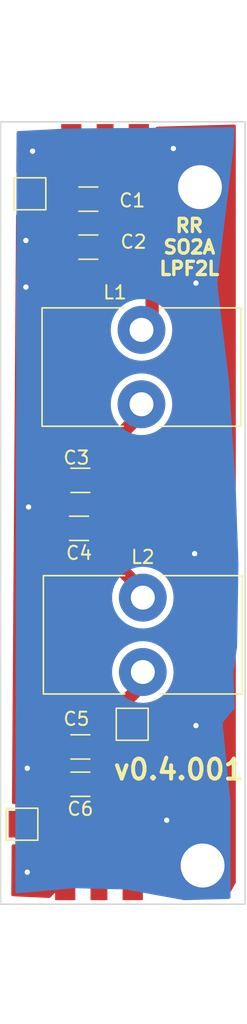
<source format=kicad_pcb>
(kicad_pcb (version 20221018) (generator pcbnew)
  (title_block (title "LPF board") (date "2023-05-08") (rev "1"))
  (layers (0 "F.Cu" signal) (31 "B.Cu" signal) (34 "B.Paste" user) (35 "F.Paste" user) (36 "B.SilkS" user "B.Silkscreen") (37 "F.SilkS" user "F.Silkscreen") (38 "B.Mask" user) (39 "F.Mask" user) (44 "Edge.Cuts" user))
  (net 0 "")
  (net 1 "GND")
  (net 2 "Net-(C3-Pad1)")
  (net 3 "Net-(C5-Pad1)")
  (footprint "TestPoint:TestPoint_Pad_2.0x2.0mm" (layer "F.Cu") (at 56.7 78.3)
    (fp_text reference "REF**" hide)
    (fp_text value "TestPoint_Pad_2.0x2.0mm" hide)
    (fp_line (start -1.2 -1.2) (end 1.2 -1.2) (stroke (width 0.12)) (layer "F.SilkS"))
    (fp_line (start -1.2 1.2) (end -1.2 -1.2) (stroke (width 0.12)) (layer "F.SilkS"))
    (fp_line (start 1.2 -1.2) (end 1.2 1.2) (stroke (width 0.12)) (layer "F.SilkS"))
    (fp_line (start 1.2 1.2) (end -1.2 1.2) (stroke (width 0.12)) (layer "F.SilkS"))
    (pad "1" smd rect (at 0 0) (size 2 2) (layers "F.Cu" "F.Mask") (net 1 "GND"))
  )
  (footprint "Inductor_THT:L_Toroid_Vertical_L14.7mm_W8.6mm_P5.58mm_Pulse_KM-1" (layer "F.Cu") (at 65.1 88.51)
    (fp_text reference "L1" (at -2 -2.81) (layer "F.SilkS"))
    (fp_text value "INDUCTOR" hide)
    (fp_line (start -7.485 -1.65) (end -7.485 7.23) (stroke (width 0.12)) (layer "F.SilkS"))
    (fp_line (start -7.485 -1.65) (end -1.365 -1.65) (stroke (width 0.12)) (layer "F.SilkS"))
    (fp_line (start -7.485 7.23) (end -1.365 7.23) (stroke (width 0.12)) (layer "F.SilkS"))
    (fp_line (start 1.365 -1.65) (end 7.485 -1.65) (stroke (width 0.12)) (layer "F.SilkS"))
    (fp_line (start 1.365 7.23) (end 7.485 7.23) (stroke (width 0.12)) (layer "F.SilkS"))
    (fp_line (start 7.485 -1.65) (end 7.485 7.23) (stroke (width 0.12)) (layer "F.SilkS"))
    (pad "1" thru_hole circle (at 0 0) (size 3.6 3.6) (drill 1.8) (layers "*.Cu" "*.Mask") (net 2 "Net-(C3-Pad1)"))
    (pad "2" thru_hole circle (at 0 5.58) (size 3.6 3.6) (drill 1.8) (layers "*.Cu" "*.Mask") (net 2 "Net-(C3-Pad1)"))
  )
  (footprint "Capacitor_SMD:C_1206_3216Metric" (layer "F.Cu") (at 60.5 122.6 180)
    (fp_text reference "C6" (at 0 -1.85) (layer "F.SilkS"))
    (fp_text value "C" hide)
    (fp_line (start -0.711252 -0.91) (end 0.711252 -0.91) (stroke (width 0.12)) (layer "F.SilkS"))
    (fp_line (start -0.711252 0.91) (end 0.711252 0.91) (stroke (width 0.12)) (layer "F.SilkS"))
    (pad "1" smd roundrect (at -1.475 0 180) (size 1.15 1.8) (layers "F.Cu" "F.Paste" "F.Mask") (roundrect_rratio 0.2173913043) (net 3 "Net-(C5-Pad1)"))
    (pad "2" smd roundrect (at 1.475 0 180) (size 1.15 1.8) (layers "F.Cu" "F.Paste" "F.Mask") (roundrect_rratio 0.2173913043) (net 1 "GND"))
  )
  (footprint "Capacitor_SMD:C_1206_3216Metric" (layer "F.Cu") (at 61.1 82.3)
    (fp_text reference "C2" (at 3.4 -0.4) (layer "F.SilkS"))
    (fp_text value "C" hide)
    (fp_line (start -0.711252 -0.91) (end 0.711252 -0.91) (stroke (width 0.12)) (layer "F.SilkS"))
    (fp_line (start -0.711252 0.91) (end 0.711252 0.91) (stroke (width 0.12)) (layer "F.SilkS"))
    (pad "1" smd roundrect (at -1.475 0) (size 1.15 1.8) (layers "F.Cu" "F.Paste" "F.Mask") (roundrect_rratio 0.2173913043) (net 1 "GND"))
    (pad "2" smd roundrect (at 1.475 0) (size 1.15 1.8) (layers "F.Cu" "F.Paste" "F.Mask") (roundrect_rratio 0.2173913043) (net 2 "Net-(C3-Pad1)"))
  )
  (footprint "Capacitor_SMD:C_1206_3216Metric" (layer "F.Cu") (at 60.5 119.8 180)
    (fp_text reference "C5" (at 0.3 2.1) (layer "F.SilkS"))
    (fp_text value "C" hide)
    (fp_line (start -0.711252 -0.91) (end 0.711252 -0.91) (stroke (width 0.12)) (layer "F.SilkS"))
    (fp_line (start -0.711252 0.91) (end 0.711252 0.91) (stroke (width 0.12)) (layer "F.SilkS"))
    (pad "1" smd roundrect (at -1.475 0 180) (size 1.15 1.8) (layers "F.Cu" "F.Paste" "F.Mask") (roundrect_rratio 0.2173913043) (net 3 "Net-(C5-Pad1)"))
    (pad "2" smd roundrect (at 1.475 0 180) (size 1.15 1.8) (layers "F.Cu" "F.Paste" "F.Mask") (roundrect_rratio 0.2173913043) (net 1 "GND"))
  )
  (footprint "LocalGlobal:SMA_EDGELAUNCH_Modded" (layer "F.Cu") (at 62.36 73.068 -90)
    (fp_text reference "SMA1" hide)
    (fp_text value "SMA")
    (pad "1" smd rect (at 2.032 0) (size 1.27 4.064) (layers "F.Cu" "F.Mask") (net 2 "Net-(C3-Pad1)"))
    (pad "2" smd rect (at 2.032 -2.54) (size 1.524 4.064) (layers "F.Cu" "F.Mask") (net 1 "GND"))
    (pad "2" smd rect (at 2.032 2.54) (size 1.524 4.064) (layers "F.Cu" "F.Mask") (net 1 "GND"))
  )
  (footprint "Inductor_THT:L_Toroid_Vertical_L14.7mm_W8.6mm_P5.58mm_Pulse_KM-1" (layer "F.Cu") (at 65.2 108.6)
    (fp_text reference "L2" (at 0 -3.05) (layer "F.SilkS"))
    (fp_text value "INDUCTOR" hide)
    (fp_line (start -7.485 -1.65) (end -7.485 7.23) (stroke (width 0.12)) (layer "F.SilkS"))
    (fp_line (start -7.485 -1.65) (end -1.365 -1.65) (stroke (width 0.12)) (layer "F.SilkS"))
    (fp_line (start -7.485 7.23) (end -1.365 7.23) (stroke (width 0.12)) (layer "F.SilkS"))
    (fp_line (start 1.365 -1.65) (end 7.485 -1.65) (stroke (width 0.12)) (layer "F.SilkS"))
    (fp_line (start 1.365 7.23) (end 7.485 7.23) (stroke (width 0.12)) (layer "F.SilkS"))
    (fp_line (start 7.485 -1.65) (end 7.485 7.23) (stroke (width 0.12)) (layer "F.SilkS"))
    (pad "1" thru_hole circle (at 0 0) (size 3.6 3.6) (drill 1.8) (layers "*.Cu" "*.Mask") (net 2 "Net-(C3-Pad1)"))
    (pad "2" thru_hole circle (at 0 5.58) (size 3.6 3.6) (drill 1.8) (layers "*.Cu" "*.Mask") (net 3 "Net-(C5-Pad1)"))
  )
  (footprint "LocalGlobal:SMA_EDGELAUNCH_Modded" (layer "F.Cu") (at 61.9 131.3 90)
    (fp_text reference "SMA1" hide)
    (fp_text value "SMA")
    (pad "1" smd rect (at 2.032 0 180) (size 1.27 4.064) (layers "F.Cu" "F.Mask") (net 3 "Net-(C5-Pad1)"))
    (pad "2" smd rect (at 2.032 -2.54 180) (size 1.524 4.064) (layers "F.Cu" "F.Mask") (net 1 "GND"))
    (pad "2" smd rect (at 2.032 2.54 180) (size 1.524 4.064) (layers "F.Cu" "F.Mask") (net 1 "GND"))
  )
  (footprint "Capacitor_SMD:C_1206_3216Metric" (layer "F.Cu") (at 60.5 99.8 180)
    (fp_text reference "C3" (at 0.3 1.7) (layer "F.SilkS"))
    (fp_text value "C" hide)
    (fp_line (start -0.711252 -0.91) (end 0.711252 -0.91) (stroke (width 0.12)) (layer "F.SilkS"))
    (fp_line (start -0.711252 0.91) (end 0.711252 0.91) (stroke (width 0.12)) (layer "F.SilkS"))
    (pad "1" smd roundrect (at -1.475 0 180) (size 1.15 1.8) (layers "F.Cu" "F.Paste" "F.Mask") (roundrect_rratio 0.2173913043) (net 2 "Net-(C3-Pad1)"))
    (pad "2" smd roundrect (at 1.475 0 180) (size 1.15 1.8) (layers "F.Cu" "F.Paste" "F.Mask") (roundrect_rratio 0.2173913043) (net 1 "GND"))
  )
  (footprint "Capacitor_SMD:C_1206_3216Metric" (layer "F.Cu") (at 60.4 103.4 180)
    (fp_text reference "C4" (at 0 -1.85) (layer "F.SilkS"))
    (fp_text value "C" hide)
    (fp_line (start -0.711252 -0.91) (end 0.711252 -0.91) (stroke (width 0.12)) (layer "F.SilkS"))
    (fp_line (start -0.711252 0.91) (end 0.711252 0.91) (stroke (width 0.12)) (layer "F.SilkS"))
    (pad "1" smd roundrect (at -1.475 0 180) (size 1.15 1.8) (layers "F.Cu" "F.Paste" "F.Mask") (roundrect_rratio 0.2173913043) (net 2 "Net-(C3-Pad1)"))
    (pad "2" smd roundrect (at 1.475 0 180) (size 1.15 1.8) (layers "F.Cu" "F.Paste" "F.Mask") (roundrect_rratio 0.2173913043) (net 1 "GND"))
  )
  (footprint "TestPoint:TestPoint_Pad_2.0x2.0mm" (layer "F.Cu") (at 64.4 118.1)
    (fp_text reference "REF**" hide)
    (fp_text value "TestPoint_Pad_2.0x2.0mm" hide)
    (fp_line (start -1.2 -1.2) (end 1.2 -1.2) (stroke (width 0.12)) (layer "F.SilkS"))
    (fp_line (start -1.2 1.2) (end -1.2 -1.2) (stroke (width 0.12)) (layer "F.SilkS"))
    (fp_line (start 1.2 -1.2) (end 1.2 1.2) (stroke (width 0.12)) (layer "F.SilkS"))
    (fp_line (start 1.2 1.2) (end -1.2 1.2) (stroke (width 0.12)) (layer "F.SilkS"))
    (pad "1" smd rect (at 0 0) (size 2 2) (layers "F.Cu" "F.Mask") (net 3 "Net-(C5-Pad1)"))
  )
  (footprint "Capacitor_SMD:C_1206_3216Metric" (layer "F.Cu") (at 61.1 78.7)
    (fp_text reference "C1" (at 3.3 0.1) (layer "F.SilkS"))
    (fp_text value "C" hide)
    (fp_line (start -0.711252 -0.91) (end 0.711252 -0.91) (stroke (width 0.12)) (layer "F.SilkS"))
    (fp_line (start -0.711252 0.91) (end 0.711252 0.91) (stroke (width 0.12)) (layer "F.SilkS"))
    (pad "1" smd roundrect (at -1.475 0) (size 1.15 1.8) (layers "F.Cu" "F.Paste" "F.Mask") (roundrect_rratio 0.2173913043) (net 1 "GND"))
    (pad "2" smd roundrect (at 1.475 0) (size 1.15 1.8) (layers "F.Cu" "F.Paste" "F.Mask") (roundrect_rratio 0.2173913043) (net 2 "Net-(C3-Pad1)"))
  )
  (footprint "TestPoint:TestPoint_Pad_2.0x2.0mm" (layer "F.Cu") (at 56.1 125.6)
    (fp_text reference "REF**" hide)
    (fp_text value "TestPoint_Pad_2.0x2.0mm" hide)
    (fp_line (start -1.2 -1.2) (end 1.2 -1.2) (stroke (width 0.12)) (layer "F.SilkS"))
    (fp_line (start -1.2 1.2) (end -1.2 -1.2) (stroke (width 0.12)) (layer "F.SilkS"))
    (fp_line (start 1.2 -1.2) (end 1.2 1.2) (stroke (width 0.12)) (layer "F.SilkS"))
    (fp_line (start 1.2 1.2) (end -1.2 1.2) (stroke (width 0.12)) (layer "F.SilkS"))
    (pad "1" smd rect (at 0 0) (size 2 2) (layers "F.Cu" "F.Mask") (net 1 "GND"))
  )
  (gr_rect (start 54.5 72.9) (end 72.9 131.6) (stroke (width 0.1)) (fill none) (layer "Edge.Cuts"))
  (gr_text "v0.4.001" (at 67.9 121.5) (layer "F.SilkS") (effects (font (size 1.5 1.5) (thickness 0.3))))
  (gr_text "RR\nSO2A\nLPF2L" (at 68.7 82.3) (layer "F.SilkS") (effects (font (size 1 1) (thickness 0.25))))
  (via (at 69.1 105.3) (size 0.8) (drill 0.4) (layers "F.Cu" "B.Cu") (net 1))
  (via (at 56.9 75.1) (size 0.8) (drill 0.4) (layers "F.Cu" "B.Cu") (net 1))
  (via (at 56.5 129.2) (size 0.8) (drill 0.4) (layers "F.Cu" "B.Cu") (net 1))
  (via (at 56.4 81.8) (size 0.8) (drill 0.4) (layers "F.Cu" "B.Cu") (net 1))
  (via (at 69.5 77.8) (size 4) (drill 3.3) (layers "F.Cu" "B.Cu") (net 1))
  (via (at 67.5 74.9) (size 0.8) (drill 0.4) (layers "F.Cu" "B.Cu") (net 1))
  (via (at 56.4 85.3) (size 0.8) (drill 0.4) (layers "F.Cu" "B.Cu") (net 1))
  (via (at 69.2 118.2) (size 0.8) (drill 0.4) (layers "F.Cu" "B.Cu") (net 1))
  (via (at 67 125.3) (size 0.8) (drill 0.4) (layers "F.Cu" "B.Cu") (net 1))
  (via (at 69.7 128.7) (size 4) (drill 3.3) (layers "F.Cu" "B.Cu") (net 1))
  (via (at 56.5 121.4) (size 0.8) (drill 0.4) (layers "F.Cu" "B.Cu") (net 1))
  (via (at 56.6 101.8) (size 0.8) (drill 0.4) (layers "F.Cu" "B.Cu") (net 1))
  (via (at 69.2 85) (size 0.8) (drill 0.4) (layers "F.Cu" "B.Cu") (net 1))
  (segment (start 61.975 99.8) (end 61.975 97.915) (width 1) (layer "F.Cu") (net 2))
  (segment (start 62.575 78.7) (end 62.575 81.663604) (width 1) (layer "F.Cu") (net 2))
  (segment (start 61.875 104.775) (end 65.9 108.8) (width 1) (layer "F.Cu") (net 2))
  (segment (start 61.975 103.3) (end 61.875 103.4) (width 0.25) (layer "F.Cu") (net 2))
  (segment (start 65.9 88.41) (end 65.9 85.625) (width 1) (layer "F.Cu") (net 2))
  (segment (start 65.9 85.625) (end 62.893198 82.618198) (width 1) (layer "F.Cu") (net 2))
  (segment (start 61.975 97.915) (end 65.9 93.99) (width 1) (layer "F.Cu") (net 2))
  (segment (start 62.575 81.663604) (end 62.256802 81.981802) (width 0.25) (layer "F.Cu") (net 2))
  (segment (start 61.975 99.8) (end 61.975 103.3) (width 1) (layer "F.Cu") (net 2))
  (segment (start 62.575 78.7) (end 62.575 75.315) (width 1) (layer "F.Cu") (net 2))
  (segment (start 61.875 103.4) (end 61.875 104.775) (width 1) (layer "F.Cu") (net 2))
  (segment (start 62.575 75.315) (end 62.36 75.1) (width 1) (layer "F.Cu") (net 2))
  (segment (start 62.875 82) (end 62.575 82.3) (width 0.25) (layer "F.Cu") (net 2))
  (segment (start 61.975 118.305) (end 61.975 119.8) (width 1) (layer "F.Cu") (net 3))
  (segment (start 65.9 114.38) (end 61.975 118.305) (width 1) (layer "F.Cu") (net 3))
  (segment (start 61.975 119.8) (end 61.975 123.4) (width 1) (layer "F.Cu") (net 3))
  (segment (start 61.975 123.4) (end 61.975 129.693) (width 1) (layer "F.Cu") (net 3))
  (zone (net 1) (net_name "GND") (layer "F.Cu") (connect_pads (clearance 0.508)) (min_thickness 0.254) (fill yes (thermal_gap 0.508) (thermal_bridge_width 1))
    (polygon (pts (xy 59.5 131.2) (xy 55.3 131) (xy 55.7 73.7) (xy 59.8 73.5)))
  )
  (zone (net 1) (net_name "GND") (layer "F.Cu") (priority 1) (connect_pads (clearance 0.508)) (min_thickness 0.25) (fill yes (thermal_gap 0.5) (thermal_bridge_width 0.5))
    (polygon (pts (xy 72.2 130) (xy 72.2 73.1) (xy 64.9 73.3) (xy 65.5 80.7) (xy 68.1 84.8) (xy 68.3 121.2) (xy 64.1 123.6) (xy 64 130.7) (xy 71.8 130.7)))
  )
  (zone (net 1) (net_name "GND") (layer "B.Cu") (connect_pads (clearance 0.508)) (min_thickness 0.254) (fill yes (thermal_gap 0.508) (thermal_bridge_width 0.508))
    (polygon (pts (xy 59.5 73.4) (xy 72.1 73.3) (xy 72 75.1) (xy 70.8 85) (xy 71.7 92.5) (xy 72.2 100.5) (xy 72.4 106.1) (xy 72.3 112.3) (xy 72 114.2) (xy 72.1 116.9) (xy 71.2 118) (xy 71.8 123.9) (xy 71.8 127) (xy 71.8 129.1) (xy 71.8 131.2) (xy 68.3 131.3) (xy 63.9 130.5) (xy 60 130.4) (xy 55.6 130.8) (xy 55.7 73.6)))
  )
)
</source>
